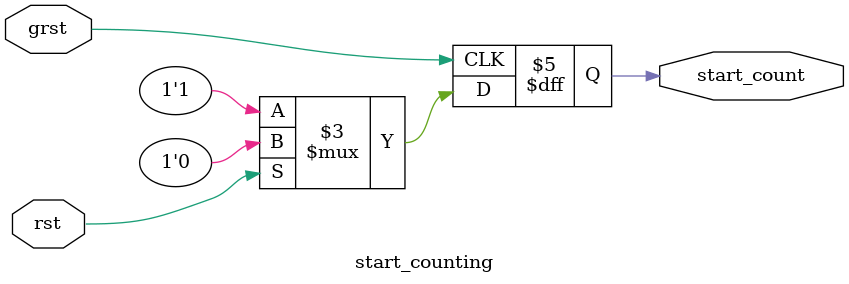
<source format=sv>
/*
================================================================
* Implements the compression logic of input spikes
* Authors: Rushat Rout, Rishi Malladi
* Date: 04/06/2022
================================================================

*/

module start_counting (
    input logic rst,
    input logic grst,
    output logic start_count

);

always_ff @(posedge grst) begin
    if(rst) begin
        start_count <= 'd0;
        
    end
    else begin
        start_count <= 'd1;
    end
end

endmodule

</source>
